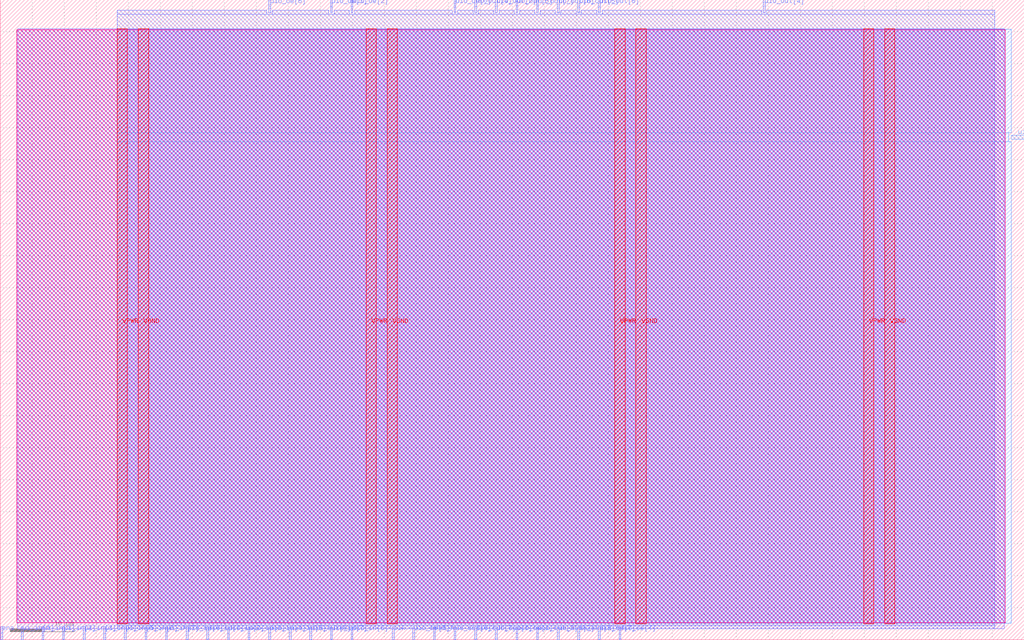
<source format=lef>
VERSION 5.7 ;
  NOWIREEXTENSIONATPIN ON ;
  DIVIDERCHAR "/" ;
  BUSBITCHARS "[]" ;
MACRO tt_um_counter_top
  CLASS BLOCK ;
  FOREIGN tt_um_counter_top ;
  ORIGIN 0.000 0.000 ;
  SIZE 160.000 BY 100.000 ;
  PIN VGND
    DIRECTION INOUT ;
    USE GROUND ;
    PORT
      LAYER met4 ;
        RECT 21.580 2.480 23.180 95.440 ;
    END
    PORT
      LAYER met4 ;
        RECT 60.450 2.480 62.050 95.440 ;
    END
    PORT
      LAYER met4 ;
        RECT 99.320 2.480 100.920 95.440 ;
    END
    PORT
      LAYER met4 ;
        RECT 138.190 2.480 139.790 95.440 ;
    END
  END VGND
  PIN VPWR
    DIRECTION INOUT ;
    USE POWER ;
    PORT
      LAYER met4 ;
        RECT 18.280 2.480 19.880 95.440 ;
    END
    PORT
      LAYER met4 ;
        RECT 57.150 2.480 58.750 95.440 ;
    END
    PORT
      LAYER met4 ;
        RECT 96.020 2.480 97.620 95.440 ;
    END
    PORT
      LAYER met4 ;
        RECT 134.890 2.480 136.490 95.440 ;
    END
  END VPWR
  PIN clk
    DIRECTION INPUT ;
    USE SIGNAL ;
    ANTENNAGATEAREA 0.852000 ;
    PORT
      LAYER met2 ;
        RECT 61.270 0.000 61.550 2.000 ;
    END
  END clk
  PIN ena
    DIRECTION INPUT ;
    USE SIGNAL ;
    PORT
      LAYER met2 ;
        RECT 0.090 0.000 0.370 2.000 ;
    END
  END ena
  PIN rst_n
    DIRECTION INPUT ;
    USE SIGNAL ;
    ANTENNAGATEAREA 0.213000 ;
    PORT
      LAYER met2 ;
        RECT 67.710 0.000 67.990 2.000 ;
    END
  END rst_n
  PIN ui_in[0]
    DIRECTION INPUT ;
    USE SIGNAL ;
    PORT
      LAYER met2 ;
        RECT 3.310 0.000 3.590 2.000 ;
    END
  END ui_in[0]
  PIN ui_in[1]
    DIRECTION INPUT ;
    USE SIGNAL ;
    PORT
      LAYER met2 ;
        RECT 6.530 0.000 6.810 2.000 ;
    END
  END ui_in[1]
  PIN ui_in[2]
    DIRECTION INPUT ;
    USE SIGNAL ;
    PORT
      LAYER met2 ;
        RECT 9.750 0.000 10.030 2.000 ;
    END
  END ui_in[2]
  PIN ui_in[3]
    DIRECTION INPUT ;
    USE SIGNAL ;
    PORT
      LAYER met2 ;
        RECT 12.970 0.000 13.250 2.000 ;
    END
  END ui_in[3]
  PIN ui_in[4]
    DIRECTION INPUT ;
    USE SIGNAL ;
    PORT
      LAYER met2 ;
        RECT 16.190 0.000 16.470 2.000 ;
    END
  END ui_in[4]
  PIN ui_in[5]
    DIRECTION INPUT ;
    USE SIGNAL ;
    PORT
      LAYER met2 ;
        RECT 19.410 0.000 19.690 2.000 ;
    END
  END ui_in[5]
  PIN ui_in[6]
    DIRECTION INPUT ;
    USE SIGNAL ;
    PORT
      LAYER met2 ;
        RECT 22.630 0.000 22.910 2.000 ;
    END
  END ui_in[6]
  PIN ui_in[7]
    DIRECTION INPUT ;
    USE SIGNAL ;
    PORT
      LAYER met2 ;
        RECT 25.850 0.000 26.130 2.000 ;
    END
  END ui_in[7]
  PIN uio_in[0]
    DIRECTION INPUT ;
    USE SIGNAL ;
    PORT
      LAYER met2 ;
        RECT 29.070 0.000 29.350 2.000 ;
    END
  END uio_in[0]
  PIN uio_in[1]
    DIRECTION INPUT ;
    USE SIGNAL ;
    PORT
      LAYER met2 ;
        RECT 32.290 0.000 32.570 2.000 ;
    END
  END uio_in[1]
  PIN uio_in[2]
    DIRECTION INPUT ;
    USE SIGNAL ;
    PORT
      LAYER met2 ;
        RECT 35.510 0.000 35.790 2.000 ;
    END
  END uio_in[2]
  PIN uio_in[3]
    DIRECTION INPUT ;
    USE SIGNAL ;
    PORT
      LAYER met2 ;
        RECT 38.730 0.000 39.010 2.000 ;
    END
  END uio_in[3]
  PIN uio_in[4]
    DIRECTION INPUT ;
    USE SIGNAL ;
    PORT
      LAYER met2 ;
        RECT 41.950 0.000 42.230 2.000 ;
    END
  END uio_in[4]
  PIN uio_in[5]
    DIRECTION INPUT ;
    USE SIGNAL ;
    PORT
      LAYER met2 ;
        RECT 45.170 0.000 45.450 2.000 ;
    END
  END uio_in[5]
  PIN uio_in[6]
    DIRECTION INPUT ;
    USE SIGNAL ;
    PORT
      LAYER met2 ;
        RECT 54.830 0.000 55.110 2.000 ;
    END
  END uio_in[6]
  PIN uio_in[7]
    DIRECTION INPUT ;
    USE SIGNAL ;
    PORT
      LAYER met2 ;
        RECT 51.610 0.000 51.890 2.000 ;
    END
  END uio_in[7]
  PIN uio_oe[0]
    DIRECTION OUTPUT ;
    USE SIGNAL ;
    PORT
      LAYER met2 ;
        RECT 70.930 98.000 71.210 100.000 ;
    END
  END uio_oe[0]
  PIN uio_oe[1]
    DIRECTION OUTPUT ;
    USE SIGNAL ;
    PORT
      LAYER met2 ;
        RECT 80.590 0.000 80.870 2.000 ;
    END
  END uio_oe[1]
  PIN uio_oe[2]
    DIRECTION OUTPUT ;
    USE SIGNAL ;
    PORT
      LAYER met2 ;
        RECT 54.830 98.000 55.110 100.000 ;
    END
  END uio_oe[2]
  PIN uio_oe[3]
    DIRECTION OUTPUT ;
    USE SIGNAL ;
    PORT
      LAYER met2 ;
        RECT 51.610 98.000 51.890 100.000 ;
    END
  END uio_oe[3]
  PIN uio_oe[4]
    DIRECTION OUTPUT ;
    USE SIGNAL ;
    PORT
      LAYER met2 ;
        RECT 96.690 0.000 96.970 2.000 ;
    END
  END uio_oe[4]
  PIN uio_oe[5]
    DIRECTION OUTPUT ;
    USE SIGNAL ;
    PORT
      LAYER met2 ;
        RECT 64.490 0.000 64.770 2.000 ;
    END
  END uio_oe[5]
  PIN uio_oe[6]
    DIRECTION OUTPUT ;
    USE SIGNAL ;
    PORT
      LAYER met2 ;
        RECT 41.950 98.000 42.230 100.000 ;
    END
  END uio_oe[6]
  PIN uio_oe[7]
    DIRECTION OUTPUT ;
    USE SIGNAL ;
    PORT
      LAYER met2 ;
        RECT 93.470 0.000 93.750 2.000 ;
    END
  END uio_oe[7]
  PIN uio_out[0]
    DIRECTION OUTPUT ;
    USE SIGNAL ;
    PORT
      LAYER met2 ;
        RECT 48.390 0.000 48.670 2.000 ;
    END
  END uio_out[0]
  PIN uio_out[1]
    DIRECTION OUTPUT ;
    USE SIGNAL ;
    PORT
      LAYER met3 ;
        RECT 158.000 78.240 160.000 78.840 ;
    END
  END uio_out[1]
  PIN uio_out[2]
    DIRECTION OUTPUT ;
    USE SIGNAL ;
    PORT
      LAYER met2 ;
        RECT 77.370 98.000 77.650 100.000 ;
    END
  END uio_out[2]
  PIN uio_out[3]
    DIRECTION OUTPUT ;
    USE SIGNAL ;
    PORT
      LAYER met2 ;
        RECT 83.810 0.000 84.090 2.000 ;
    END
  END uio_out[3]
  PIN uio_out[4]
    DIRECTION OUTPUT ;
    USE SIGNAL ;
    PORT
      LAYER met2 ;
        RECT 119.230 98.000 119.510 100.000 ;
    END
  END uio_out[4]
  PIN uio_out[5]
    DIRECTION OUTPUT ;
    USE SIGNAL ;
    PORT
      LAYER met2 ;
        RECT 90.250 98.000 90.530 100.000 ;
    END
  END uio_out[5]
  PIN uio_out[6]
    DIRECTION OUTPUT ;
    USE SIGNAL ;
    PORT
      LAYER met2 ;
        RECT 93.470 98.000 93.750 100.000 ;
    END
  END uio_out[6]
  PIN uio_out[7]
    DIRECTION OUTPUT ;
    USE SIGNAL ;
    PORT
      LAYER met2 ;
        RECT 74.150 0.000 74.430 2.000 ;
    END
  END uio_out[7]
  PIN uo_out[0]
    DIRECTION OUTPUT ;
    USE SIGNAL ;
    ANTENNAGATEAREA 1.368000 ;
    ANTENNADIFFAREA 0.891000 ;
    PORT
      LAYER met2 ;
        RECT 70.930 0.000 71.210 2.000 ;
    END
  END uo_out[0]
  PIN uo_out[1]
    DIRECTION OUTPUT ;
    USE SIGNAL ;
    ANTENNAGATEAREA 1.363500 ;
    ANTENNADIFFAREA 0.891000 ;
    PORT
      LAYER met2 ;
        RECT 77.370 0.000 77.650 2.000 ;
    END
  END uo_out[1]
  PIN uo_out[2]
    DIRECTION OUTPUT ;
    USE SIGNAL ;
    ANTENNAGATEAREA 0.868500 ;
    ANTENNADIFFAREA 0.891000 ;
    PORT
      LAYER met2 ;
        RECT 87.030 0.000 87.310 2.000 ;
    END
  END uo_out[2]
  PIN uo_out[3]
    DIRECTION OUTPUT ;
    USE SIGNAL ;
    ANTENNAGATEAREA 0.373500 ;
    ANTENNADIFFAREA 0.445500 ;
    PORT
      LAYER met2 ;
        RECT 90.250 0.000 90.530 2.000 ;
    END
  END uo_out[3]
  PIN uo_out[4]
    DIRECTION OUTPUT ;
    USE SIGNAL ;
    ANTENNAGATEAREA 0.873000 ;
    ANTENNADIFFAREA 0.891000 ;
    PORT
      LAYER met2 ;
        RECT 74.150 98.000 74.430 100.000 ;
    END
  END uo_out[4]
  PIN uo_out[5]
    DIRECTION OUTPUT ;
    USE SIGNAL ;
    ANTENNAGATEAREA 0.499500 ;
    ANTENNADIFFAREA 0.891000 ;
    PORT
      LAYER met2 ;
        RECT 80.590 98.000 80.870 100.000 ;
    END
  END uo_out[5]
  PIN uo_out[6]
    DIRECTION OUTPUT ;
    USE SIGNAL ;
    ANTENNAGATEAREA 0.252000 ;
    ANTENNADIFFAREA 0.445500 ;
    PORT
      LAYER met2 ;
        RECT 87.030 98.000 87.310 100.000 ;
    END
  END uo_out[6]
  PIN uo_out[7]
    DIRECTION OUTPUT ;
    USE SIGNAL ;
    ANTENNAGATEAREA 0.495000 ;
    ANTENNADIFFAREA 0.445500 ;
    PORT
      LAYER met2 ;
        RECT 83.810 98.000 84.090 100.000 ;
    END
  END uo_out[7]
  OBS
      LAYER nwell ;
        RECT 2.570 2.635 157.050 95.285 ;
      LAYER li1 ;
        RECT 2.760 2.635 156.860 95.285 ;
      LAYER met1 ;
        RECT 2.760 1.740 156.860 95.440 ;
      LAYER met2 ;
        RECT 18.310 97.720 41.670 98.330 ;
        RECT 42.510 97.720 51.330 98.330 ;
        RECT 52.170 97.720 54.550 98.330 ;
        RECT 55.390 97.720 70.650 98.330 ;
        RECT 71.490 97.720 73.870 98.330 ;
        RECT 74.710 97.720 77.090 98.330 ;
        RECT 77.930 97.720 80.310 98.330 ;
        RECT 81.150 97.720 83.530 98.330 ;
        RECT 84.370 97.720 86.750 98.330 ;
        RECT 87.590 97.720 89.970 98.330 ;
        RECT 90.810 97.720 93.190 98.330 ;
        RECT 94.030 97.720 118.950 98.330 ;
        RECT 119.790 97.720 155.390 98.330 ;
        RECT 18.310 2.280 155.390 97.720 ;
        RECT 18.310 1.710 19.130 2.280 ;
        RECT 19.970 1.710 22.350 2.280 ;
        RECT 23.190 1.710 25.570 2.280 ;
        RECT 26.410 1.710 28.790 2.280 ;
        RECT 29.630 1.710 32.010 2.280 ;
        RECT 32.850 1.710 35.230 2.280 ;
        RECT 36.070 1.710 38.450 2.280 ;
        RECT 39.290 1.710 41.670 2.280 ;
        RECT 42.510 1.710 44.890 2.280 ;
        RECT 45.730 1.710 48.110 2.280 ;
        RECT 48.950 1.710 51.330 2.280 ;
        RECT 52.170 1.710 54.550 2.280 ;
        RECT 55.390 1.710 60.990 2.280 ;
        RECT 61.830 1.710 64.210 2.280 ;
        RECT 65.050 1.710 67.430 2.280 ;
        RECT 68.270 1.710 70.650 2.280 ;
        RECT 71.490 1.710 73.870 2.280 ;
        RECT 74.710 1.710 77.090 2.280 ;
        RECT 77.930 1.710 80.310 2.280 ;
        RECT 81.150 1.710 83.530 2.280 ;
        RECT 84.370 1.710 86.750 2.280 ;
        RECT 87.590 1.710 89.970 2.280 ;
        RECT 90.810 1.710 93.190 2.280 ;
        RECT 94.030 1.710 96.410 2.280 ;
        RECT 97.250 1.710 155.390 2.280 ;
      LAYER met3 ;
        RECT 18.290 79.240 158.000 95.365 ;
        RECT 18.290 77.840 157.600 79.240 ;
        RECT 18.290 2.555 158.000 77.840 ;
  END
END tt_um_counter_top
END LIBRARY


</source>
